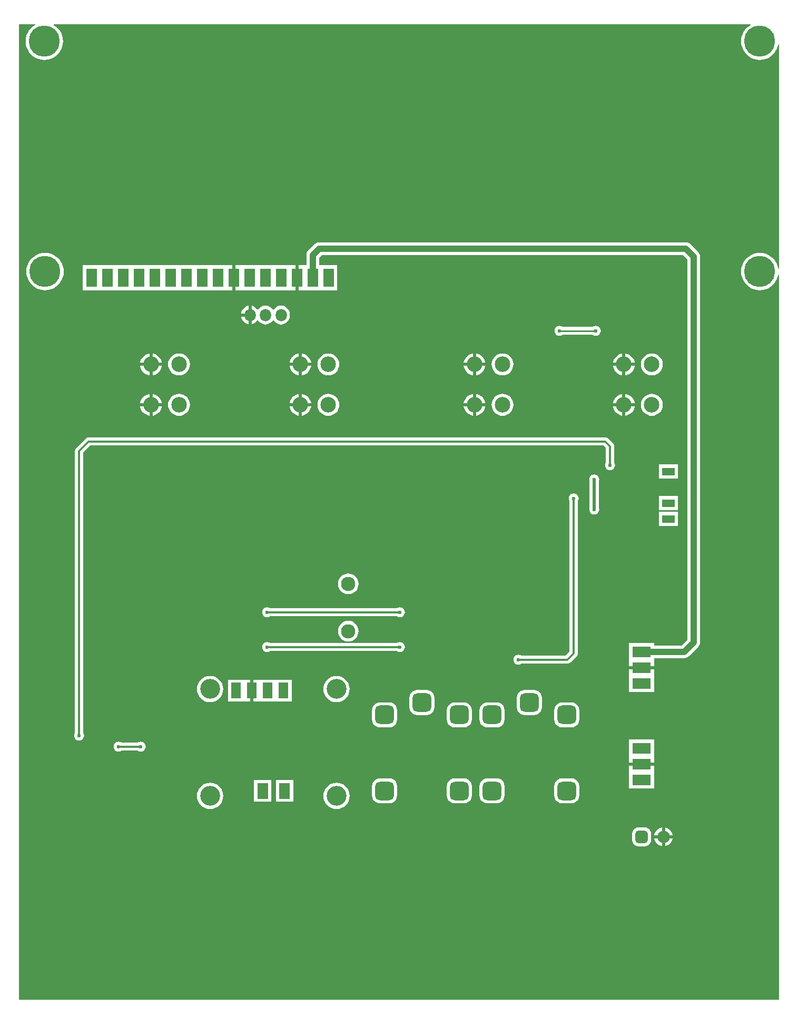
<source format=gtl>
G04 Layer_Physical_Order=1*
G04 Layer_Color=128*
%FSLAX25Y25*%
%MOIN*%
G70*
G01*
G75*
%ADD10C,0.01000*%
%ADD11C,0.01200*%
%ADD12C,0.04000*%
%ADD13C,0.02000*%
G04:AMPARAMS|DCode=14|XSize=118.11mil|YSize=118.11mil|CornerRadius=29.53mil|HoleSize=0mil|Usage=FLASHONLY|Rotation=90.000|XOffset=0mil|YOffset=0mil|HoleType=Round|Shape=RoundedRectangle|*
%AMROUNDEDRECTD14*
21,1,0.11811,0.05906,0,0,90.0*
21,1,0.05906,0.11811,0,0,90.0*
1,1,0.05906,0.02953,0.02953*
1,1,0.05906,0.02953,-0.02953*
1,1,0.05906,-0.02953,-0.02953*
1,1,0.05906,-0.02953,0.02953*
%
%ADD14ROUNDEDRECTD14*%
%ADD15R,0.07087X0.09843*%
%ADD16C,0.12598*%
%ADD17R,0.06299X0.09843*%
%ADD18C,0.07874*%
G04:AMPARAMS|DCode=19|XSize=78.74mil|YSize=78.74mil|CornerRadius=19.69mil|HoleSize=0mil|Usage=FLASHONLY|Rotation=0.000|XOffset=0mil|YOffset=0mil|HoleType=Round|Shape=RoundedRectangle|*
%AMROUNDEDRECTD19*
21,1,0.07874,0.03937,0,0,0.0*
21,1,0.03937,0.07874,0,0,0.0*
1,1,0.03937,0.01969,-0.01969*
1,1,0.03937,-0.01969,-0.01969*
1,1,0.03937,-0.01969,0.01969*
1,1,0.03937,0.01969,0.01969*
%
%ADD19ROUNDEDRECTD19*%
%ADD20C,0.09055*%
%ADD21O,0.07087X0.07874*%
%ADD22R,0.11811X0.07087*%
%ADD23R,0.07874X0.05118*%
%ADD24C,0.19685*%
%ADD25R,0.07087X0.11811*%
%ADD26C,0.09843*%
%ADD27C,0.02362*%
G36*
X1122380Y880200D02*
X1121138Y879439D01*
X1119724Y878231D01*
X1118517Y876818D01*
X1117546Y875233D01*
X1116834Y873515D01*
X1116400Y871707D01*
X1116254Y869854D01*
X1116400Y868001D01*
X1116834Y866193D01*
X1117546Y864475D01*
X1118517Y862890D01*
X1119724Y861476D01*
X1121138Y860269D01*
X1122723Y859298D01*
X1124441Y858586D01*
X1126248Y858152D01*
X1128102Y858006D01*
X1129955Y858152D01*
X1131763Y858586D01*
X1133480Y859298D01*
X1135066Y860269D01*
X1136479Y861476D01*
X1137687Y862890D01*
X1138658Y864475D01*
X1139369Y866193D01*
X1139804Y868001D01*
X1140300Y867957D01*
Y726081D01*
X1139804Y726038D01*
X1139369Y727846D01*
X1138658Y729564D01*
X1137687Y731149D01*
X1136479Y732562D01*
X1135066Y733770D01*
X1133480Y734741D01*
X1131763Y735453D01*
X1129955Y735886D01*
X1128102Y736032D01*
X1126248Y735886D01*
X1124441Y735453D01*
X1122723Y734741D01*
X1121138Y733770D01*
X1119724Y732562D01*
X1118517Y731149D01*
X1117546Y729564D01*
X1116834Y727846D01*
X1116400Y726038D01*
X1116254Y724185D01*
X1116400Y722331D01*
X1116834Y720524D01*
X1117546Y718806D01*
X1118517Y717221D01*
X1119724Y715807D01*
X1121138Y714600D01*
X1122723Y713629D01*
X1124441Y712917D01*
X1126248Y712483D01*
X1128102Y712337D01*
X1129955Y712483D01*
X1131763Y712917D01*
X1133480Y713629D01*
X1135066Y714600D01*
X1136479Y715807D01*
X1137687Y717221D01*
X1138658Y718806D01*
X1139369Y720524D01*
X1139804Y722331D01*
X1140300Y722288D01*
Y263700D01*
X659300D01*
Y803700D01*
Y880700D01*
X669483D01*
X669624Y880200D01*
X668382Y879439D01*
X666968Y878231D01*
X665761Y876818D01*
X664790Y875233D01*
X664078Y873515D01*
X663644Y871707D01*
X663498Y869854D01*
X663644Y868001D01*
X664078Y866193D01*
X664790Y864475D01*
X665761Y862890D01*
X666968Y861476D01*
X668382Y860269D01*
X669967Y859298D01*
X671685Y858586D01*
X673493Y858152D01*
X675346Y858006D01*
X677199Y858152D01*
X679007Y858586D01*
X680725Y859298D01*
X682310Y860269D01*
X683723Y861476D01*
X684931Y862890D01*
X685902Y864475D01*
X686614Y866193D01*
X687048Y868001D01*
X687194Y869854D01*
X687048Y871707D01*
X686614Y873515D01*
X685902Y875233D01*
X684931Y876818D01*
X683723Y878231D01*
X682310Y879439D01*
X681068Y880200D01*
X681209Y880700D01*
X1122239D01*
X1122380Y880200D01*
D02*
G37*
%LPC*%
G36*
X1010300Y583877D02*
X1009478Y583769D01*
X1008712Y583451D01*
X1008054Y582946D01*
X1007549Y582288D01*
X1007232Y581522D01*
X1007123Y580700D01*
X1007232Y579878D01*
X1007549Y579112D01*
X1007709Y578902D01*
Y483773D01*
X1005227Y481291D01*
X977098D01*
X976888Y481451D01*
X976122Y481769D01*
X975300Y481877D01*
X974478Y481769D01*
X973712Y481451D01*
X973054Y480946D01*
X972549Y480288D01*
X972231Y479522D01*
X972123Y478700D01*
X972231Y477878D01*
X972549Y477112D01*
X973054Y476454D01*
X973712Y475949D01*
X974478Y475632D01*
X975300Y475523D01*
X976122Y475632D01*
X976888Y475949D01*
X977098Y476109D01*
X1006300D01*
X1006971Y476198D01*
X1007595Y476456D01*
X1008132Y476868D01*
X1012132Y480868D01*
X1012544Y481405D01*
X1012802Y482029D01*
X1012891Y482700D01*
Y578902D01*
X1013051Y579112D01*
X1013369Y579878D01*
X1013477Y580700D01*
X1013369Y581522D01*
X1013051Y582288D01*
X1012546Y582946D01*
X1011888Y583451D01*
X1011122Y583769D01*
X1010300Y583877D01*
D02*
G37*
G36*
X1061121Y472700D02*
X1053247D01*
X1045373D01*
Y468173D01*
Y458173D01*
X1061121D01*
Y468173D01*
Y472700D01*
D02*
G37*
G36*
X1081300Y742703D02*
X849300D01*
X848264Y742566D01*
X847299Y742167D01*
X846470Y741530D01*
X842390Y737451D01*
X841754Y736622D01*
X841354Y735657D01*
X841218Y734621D01*
Y728113D01*
X836205D01*
Y720238D01*
Y712364D01*
X860732D01*
Y728113D01*
X849223D01*
Y732963D01*
X850958Y734697D01*
X1079642D01*
X1082297Y732042D01*
Y491358D01*
X1078626Y487687D01*
X1061121D01*
Y489196D01*
X1045373D01*
Y478172D01*
Y474669D01*
X1053247D01*
X1061121D01*
Y478172D01*
Y479681D01*
X1080284D01*
X1081320Y479818D01*
X1082286Y480218D01*
X1083115Y480854D01*
X1089130Y486870D01*
X1089767Y487699D01*
X1090166Y488664D01*
X1090303Y489700D01*
Y733700D01*
X1090166Y734736D01*
X1089767Y735701D01*
X1089130Y736530D01*
X1084130Y741530D01*
X1083301Y742167D01*
X1082336Y742566D01*
X1081300Y742703D01*
D02*
G37*
G36*
X867702Y503291D02*
X866428Y503165D01*
X865204Y502794D01*
X864075Y502190D01*
X863086Y501379D01*
X862274Y500389D01*
X861671Y499261D01*
X861300Y498036D01*
X861174Y496763D01*
X861300Y495490D01*
X861671Y494265D01*
X862274Y493137D01*
X863086Y492147D01*
X864075Y491336D01*
X865204Y490732D01*
X866428Y490361D01*
X867702Y490236D01*
X868975Y490361D01*
X870199Y490732D01*
X871328Y491336D01*
X872317Y492147D01*
X873129Y493137D01*
X873732Y494265D01*
X874104Y495490D01*
X874229Y496763D01*
X874104Y498036D01*
X873732Y499261D01*
X873129Y500389D01*
X872317Y501379D01*
X871328Y502190D01*
X870199Y502794D01*
X868975Y503165D01*
X867702Y503291D01*
D02*
G37*
G36*
X900300Y489877D02*
X899478Y489769D01*
X898712Y489451D01*
X898502Y489291D01*
X818098D01*
X817888Y489451D01*
X817122Y489769D01*
X816300Y489877D01*
X815478Y489769D01*
X814712Y489451D01*
X814054Y488946D01*
X813549Y488288D01*
X813231Y487522D01*
X813123Y486700D01*
X813231Y485878D01*
X813549Y485112D01*
X814054Y484454D01*
X814712Y483949D01*
X815478Y483632D01*
X816300Y483523D01*
X817122Y483632D01*
X817888Y483949D01*
X818098Y484109D01*
X898502D01*
X898712Y483949D01*
X899478Y483632D01*
X900300Y483523D01*
X901122Y483632D01*
X901888Y483949D01*
X902546Y484454D01*
X903051Y485112D01*
X903368Y485878D01*
X903477Y486700D01*
X903368Y487522D01*
X903051Y488288D01*
X902546Y488946D01*
X901888Y489451D01*
X901122Y489769D01*
X900300Y489877D01*
D02*
G37*
G36*
X780213Y468417D02*
X778592Y468257D01*
X777034Y467784D01*
X775597Y467017D01*
X774339Y465983D01*
X773305Y464724D01*
X772538Y463288D01*
X772065Y461730D01*
X771905Y460109D01*
X772065Y458488D01*
X772538Y456930D01*
X773305Y455493D01*
X774339Y454235D01*
X775597Y453201D01*
X777034Y452434D01*
X778592Y451961D01*
X780213Y451801D01*
X781834Y451961D01*
X783392Y452434D01*
X784829Y453201D01*
X786087Y454235D01*
X787121Y455493D01*
X787888Y456930D01*
X788361Y458488D01*
X788521Y460109D01*
X788361Y461730D01*
X787888Y463288D01*
X787121Y464724D01*
X786087Y465983D01*
X784829Y467017D01*
X783392Y467784D01*
X781834Y468257D01*
X780213Y468417D01*
D02*
G37*
G36*
X985253Y459569D02*
X979347D01*
X978063Y459400D01*
X976865Y458904D01*
X975837Y458115D01*
X975049Y457087D01*
X974553Y455890D01*
X974384Y454605D01*
Y448700D01*
X974553Y447415D01*
X975049Y446218D01*
X975837Y445190D01*
X976865Y444401D01*
X978063Y443905D01*
X979347Y443736D01*
X985253D01*
X986537Y443905D01*
X987735Y444401D01*
X988763Y445190D01*
X989552Y446218D01*
X990047Y447415D01*
X990217Y448700D01*
Y454605D01*
X990047Y455890D01*
X989552Y457087D01*
X988763Y458115D01*
X987735Y458904D01*
X986537Y459400D01*
X985253Y459569D01*
D02*
G37*
G36*
X860213Y468417D02*
X858592Y468257D01*
X857034Y467784D01*
X855597Y467017D01*
X854339Y465983D01*
X853305Y464724D01*
X852538Y463288D01*
X852065Y461730D01*
X851905Y460109D01*
X852065Y458488D01*
X852538Y456930D01*
X853305Y455493D01*
X854339Y454235D01*
X855597Y453201D01*
X857034Y452434D01*
X858592Y451961D01*
X860213Y451801D01*
X861834Y451961D01*
X863392Y452434D01*
X864828Y453201D01*
X866087Y454235D01*
X867121Y455493D01*
X867888Y456930D01*
X868361Y458488D01*
X868521Y460109D01*
X868361Y461730D01*
X867888Y463288D01*
X867121Y464724D01*
X866087Y465983D01*
X864828Y467017D01*
X863392Y467784D01*
X861834Y468257D01*
X860213Y468417D01*
D02*
G37*
G36*
X831831Y465999D02*
X807697D01*
Y459109D01*
Y452219D01*
X831831D01*
Y465999D01*
D02*
G37*
G36*
X805729D02*
X791595D01*
Y452219D01*
X805729D01*
Y459109D01*
Y465999D01*
D02*
G37*
G36*
X900300Y511877D02*
X899478Y511768D01*
X898712Y511451D01*
X898502Y511291D01*
X818098D01*
X817888Y511451D01*
X817122Y511768D01*
X816300Y511877D01*
X815478Y511768D01*
X814712Y511451D01*
X814054Y510946D01*
X813549Y510288D01*
X813231Y509522D01*
X813123Y508700D01*
X813231Y507878D01*
X813549Y507112D01*
X814054Y506454D01*
X814712Y505949D01*
X815478Y505631D01*
X816300Y505523D01*
X817122Y505631D01*
X817888Y505949D01*
X818098Y506109D01*
X898502D01*
X898712Y505949D01*
X899478Y505631D01*
X900300Y505523D01*
X901122Y505631D01*
X901888Y505949D01*
X902546Y506454D01*
X903051Y507112D01*
X903368Y507878D01*
X903477Y508700D01*
X903368Y509522D01*
X903051Y510288D01*
X902546Y510946D01*
X901888Y511451D01*
X901122Y511768D01*
X900300Y511877D01*
D02*
G37*
G36*
X760552Y646810D02*
X759201Y646677D01*
X757903Y646283D01*
X756706Y645643D01*
X755657Y644782D01*
X754796Y643733D01*
X754156Y642536D01*
X753762Y641237D01*
X753629Y639887D01*
X753762Y638536D01*
X754156Y637237D01*
X754796Y636040D01*
X755657Y634991D01*
X756706Y634130D01*
X757903Y633491D01*
X759201Y633097D01*
X760552Y632964D01*
X761903Y633097D01*
X763201Y633491D01*
X764398Y634130D01*
X765447Y634991D01*
X766308Y636040D01*
X766948Y637237D01*
X767342Y638536D01*
X767475Y639887D01*
X767342Y641237D01*
X766948Y642536D01*
X766308Y643733D01*
X765447Y644782D01*
X764398Y645643D01*
X763201Y646283D01*
X761903Y646677D01*
X760552Y646810D01*
D02*
G37*
G36*
X1030300Y619291D02*
X703300D01*
X702630Y619202D01*
X702005Y618944D01*
X701468Y618532D01*
X695468Y612532D01*
X695056Y611995D01*
X694798Y611371D01*
X694709Y610700D01*
Y432498D01*
X694549Y432288D01*
X694232Y431522D01*
X694123Y430700D01*
X694232Y429878D01*
X694549Y429112D01*
X695054Y428454D01*
X695712Y427949D01*
X696478Y427632D01*
X697300Y427523D01*
X698122Y427632D01*
X698888Y427949D01*
X699546Y428454D01*
X700051Y429112D01*
X700368Y429878D01*
X700477Y430700D01*
X700368Y431522D01*
X700051Y432288D01*
X699891Y432498D01*
Y609627D01*
X704373Y614109D01*
X1029227D01*
X1030709Y612627D01*
Y603498D01*
X1030549Y603288D01*
X1030231Y602522D01*
X1030123Y601700D01*
X1030231Y600878D01*
X1030549Y600112D01*
X1031054Y599454D01*
X1031712Y598949D01*
X1032478Y598631D01*
X1033300Y598523D01*
X1034122Y598631D01*
X1034888Y598949D01*
X1035546Y599454D01*
X1036051Y600112D01*
X1036368Y600878D01*
X1036477Y601700D01*
X1036368Y602522D01*
X1036051Y603288D01*
X1035891Y603498D01*
Y613700D01*
X1035802Y614370D01*
X1035544Y614995D01*
X1035132Y615532D01*
X1032132Y618532D01*
X1031595Y618944D01*
X1030970Y619202D01*
X1030300Y619291D01*
D02*
G37*
G36*
X855040Y646810D02*
X853689Y646677D01*
X852391Y646283D01*
X851194Y645643D01*
X850145Y644782D01*
X849284Y643733D01*
X848644Y642536D01*
X848250Y641237D01*
X848117Y639887D01*
X848250Y638536D01*
X848644Y637237D01*
X849284Y636040D01*
X850145Y634991D01*
X851194Y634130D01*
X852391Y633491D01*
X853689Y633097D01*
X855040Y632964D01*
X856391Y633097D01*
X857689Y633491D01*
X858886Y634130D01*
X859935Y634991D01*
X860797Y636040D01*
X861436Y637237D01*
X861830Y638536D01*
X861963Y639887D01*
X861830Y641237D01*
X861436Y642536D01*
X860797Y643733D01*
X859935Y644782D01*
X858886Y645643D01*
X857689Y646283D01*
X856391Y646677D01*
X855040Y646810D01*
D02*
G37*
G36*
X965276Y646810D02*
X963926Y646677D01*
X962627Y646283D01*
X961430Y645643D01*
X960381Y644782D01*
X959520Y643733D01*
X958880Y642536D01*
X958486Y641237D01*
X958353Y639887D01*
X958486Y638536D01*
X958880Y637237D01*
X959520Y636040D01*
X960381Y634991D01*
X961430Y634130D01*
X962627Y633491D01*
X963926Y633097D01*
X965276Y632964D01*
X966627Y633097D01*
X967926Y633491D01*
X969123Y634130D01*
X970172Y634991D01*
X971033Y636040D01*
X971673Y637237D01*
X972066Y638536D01*
X972200Y639887D01*
X972066Y641237D01*
X971673Y642536D01*
X971033Y643733D01*
X970172Y644782D01*
X969123Y645643D01*
X967926Y646283D01*
X966627Y646677D01*
X965276Y646810D01*
D02*
G37*
G36*
X1059765Y646810D02*
X1058414Y646677D01*
X1057115Y646283D01*
X1055918Y645643D01*
X1054869Y644782D01*
X1054008Y643733D01*
X1053368Y642536D01*
X1052975Y641237D01*
X1052841Y639887D01*
X1052975Y638536D01*
X1053368Y637237D01*
X1054008Y636040D01*
X1054869Y634991D01*
X1055918Y634130D01*
X1057115Y633491D01*
X1058414Y633097D01*
X1059765Y632964D01*
X1061115Y633097D01*
X1062414Y633491D01*
X1063611Y634130D01*
X1064660Y634991D01*
X1065521Y636040D01*
X1066161Y637237D01*
X1066555Y638536D01*
X1066688Y639887D01*
X1066555Y641237D01*
X1066161Y642536D01*
X1065521Y643733D01*
X1064660Y644782D01*
X1063611Y645643D01*
X1062414Y646283D01*
X1061115Y646677D01*
X1059765Y646810D01*
D02*
G37*
G36*
X1076206Y572227D02*
X1064394D01*
Y563172D01*
X1076206D01*
Y572227D01*
D02*
G37*
G36*
X867702Y533212D02*
X866428Y533086D01*
X865204Y532715D01*
X864075Y532112D01*
X863086Y531300D01*
X862274Y530311D01*
X861671Y529182D01*
X861300Y527958D01*
X861174Y526684D01*
X861300Y525411D01*
X861671Y524186D01*
X862274Y523058D01*
X863086Y522069D01*
X864075Y521257D01*
X865204Y520654D01*
X866428Y520282D01*
X867702Y520157D01*
X868975Y520282D01*
X870199Y520654D01*
X871328Y521257D01*
X872317Y522069D01*
X873129Y523058D01*
X873732Y524186D01*
X874104Y525411D01*
X874229Y526684D01*
X874104Y527958D01*
X873732Y529182D01*
X873129Y530311D01*
X872317Y531300D01*
X871328Y532112D01*
X870199Y532715D01*
X868975Y533086D01*
X867702Y533212D01*
D02*
G37*
G36*
X1023300Y595877D02*
X1022478Y595768D01*
X1021712Y595451D01*
X1021054Y594946D01*
X1020549Y594288D01*
X1020232Y593522D01*
X1020123Y592700D01*
X1020232Y591878D01*
X1020306Y591698D01*
Y574702D01*
X1020232Y574522D01*
X1020123Y573700D01*
X1020232Y572878D01*
X1020549Y572112D01*
X1021054Y571454D01*
X1021712Y570949D01*
X1022478Y570632D01*
X1023300Y570523D01*
X1024122Y570632D01*
X1024888Y570949D01*
X1025546Y571454D01*
X1026051Y572112D01*
X1026369Y572878D01*
X1026477Y573700D01*
X1026369Y574522D01*
X1026294Y574702D01*
Y591698D01*
X1026369Y591878D01*
X1026477Y592700D01*
X1026369Y593522D01*
X1026051Y594288D01*
X1025546Y594946D01*
X1024888Y595451D01*
X1024122Y595768D01*
X1023300Y595877D01*
D02*
G37*
G36*
X1076206Y602227D02*
X1064394D01*
Y593173D01*
X1076206D01*
Y602227D01*
D02*
G37*
G36*
Y582228D02*
X1064394D01*
Y573173D01*
X1076206D01*
Y582228D01*
D02*
G37*
G36*
X860213Y400858D02*
X858592Y400698D01*
X857034Y400225D01*
X855597Y399458D01*
X854339Y398424D01*
X853305Y397165D01*
X852538Y395729D01*
X852065Y394171D01*
X851905Y392550D01*
X852065Y390929D01*
X852538Y389371D01*
X853305Y387934D01*
X854339Y386676D01*
X855597Y385642D01*
X857034Y384875D01*
X858592Y384402D01*
X860213Y384242D01*
X861834Y384402D01*
X863392Y384875D01*
X864828Y385642D01*
X866087Y386676D01*
X867121Y387934D01*
X867888Y389371D01*
X868361Y390929D01*
X868521Y392550D01*
X868361Y394171D01*
X867888Y395729D01*
X867121Y397165D01*
X866087Y398424D01*
X864828Y399458D01*
X863392Y400225D01*
X861834Y400698D01*
X860213Y400858D01*
D02*
G37*
G36*
X780213D02*
X778592Y400698D01*
X777034Y400225D01*
X775597Y399458D01*
X774339Y398424D01*
X773305Y397165D01*
X772538Y395729D01*
X772065Y394171D01*
X771905Y392550D01*
X772065Y390929D01*
X772538Y389371D01*
X773305Y387934D01*
X774339Y386676D01*
X775597Y385642D01*
X777034Y384875D01*
X778592Y384402D01*
X780213Y384242D01*
X781834Y384402D01*
X783392Y384875D01*
X784829Y385642D01*
X786087Y386676D01*
X787121Y387934D01*
X787888Y389371D01*
X788361Y390929D01*
X788521Y392550D01*
X788361Y394171D01*
X787888Y395729D01*
X787121Y397165D01*
X786087Y398424D01*
X784829Y399458D01*
X783392Y400225D01*
X781834Y400698D01*
X780213Y400858D01*
D02*
G37*
G36*
X893631Y403664D02*
X887725D01*
X886440Y403495D01*
X885243Y402999D01*
X884215Y402210D01*
X883426Y401182D01*
X882931Y399985D01*
X882761Y398700D01*
Y392794D01*
X882931Y391510D01*
X883426Y390313D01*
X884215Y389285D01*
X885243Y388496D01*
X886440Y388000D01*
X887725Y387831D01*
X893631D01*
X894915Y388000D01*
X896113Y388496D01*
X897141Y389285D01*
X897929Y390313D01*
X898425Y391510D01*
X898594Y392794D01*
Y398700D01*
X898425Y399985D01*
X897929Y401182D01*
X897141Y402210D01*
X896113Y402999D01*
X894915Y403495D01*
X893631Y403664D01*
D02*
G37*
G36*
X961631D02*
X955725D01*
X954440Y403495D01*
X953243Y402999D01*
X952215Y402210D01*
X951427Y401182D01*
X950931Y399985D01*
X950762Y398700D01*
Y392794D01*
X950931Y391510D01*
X951427Y390313D01*
X952215Y389285D01*
X953243Y388496D01*
X954440Y388000D01*
X955725Y387831D01*
X961631D01*
X962915Y388000D01*
X964113Y388496D01*
X965141Y389285D01*
X965929Y390313D01*
X966425Y391510D01*
X966594Y392794D01*
Y398700D01*
X966425Y399985D01*
X965929Y401182D01*
X965141Y402210D01*
X964113Y402999D01*
X962915Y403495D01*
X961631Y403664D01*
D02*
G37*
G36*
X940875D02*
X934969D01*
X933685Y403495D01*
X932487Y402999D01*
X931459Y402210D01*
X930671Y401182D01*
X930175Y399985D01*
X930006Y398700D01*
Y392794D01*
X930175Y391510D01*
X930671Y390313D01*
X931459Y389285D01*
X932487Y388496D01*
X933685Y388000D01*
X934969Y387831D01*
X940875D01*
X942159Y388000D01*
X943357Y388496D01*
X944385Y389285D01*
X945173Y390313D01*
X945669Y391510D01*
X945839Y392794D01*
Y398700D01*
X945669Y399985D01*
X945173Y401182D01*
X944385Y402210D01*
X943357Y402999D01*
X942159Y403495D01*
X940875Y403664D01*
D02*
G37*
G36*
X1066153Y365700D02*
X1061300D01*
X1061317Y365527D01*
X1061655Y364413D01*
X1062203Y363387D01*
X1062941Y362488D01*
X1063840Y361750D01*
X1064866Y361202D01*
X1065979Y360864D01*
X1066153Y360847D01*
Y365700D01*
D02*
G37*
G36*
X1055326Y372624D02*
X1051389D01*
X1050361Y372488D01*
X1049404Y372092D01*
X1048581Y371461D01*
X1047950Y370638D01*
X1047553Y369681D01*
X1047418Y368653D01*
Y364716D01*
X1047553Y363688D01*
X1047950Y362730D01*
X1048581Y361908D01*
X1049404Y361277D01*
X1050361Y360880D01*
X1051389Y360745D01*
X1055326D01*
X1056354Y360880D01*
X1057312Y361277D01*
X1058134Y361908D01*
X1058765Y362730D01*
X1059162Y363688D01*
X1059297Y364716D01*
Y368653D01*
X1059162Y369681D01*
X1058765Y370638D01*
X1058134Y371461D01*
X1057312Y372092D01*
X1056354Y372488D01*
X1055326Y372624D01*
D02*
G37*
G36*
X1072974Y365700D02*
X1068121D01*
Y360847D01*
X1068295Y360864D01*
X1069408Y361202D01*
X1070434Y361750D01*
X1071333Y362488D01*
X1072071Y363387D01*
X1072620Y364413D01*
X1072957Y365527D01*
X1072974Y365700D01*
D02*
G37*
G36*
X1068121Y372521D02*
Y367669D01*
X1072974D01*
X1072957Y367842D01*
X1072620Y368955D01*
X1072071Y369981D01*
X1071333Y370880D01*
X1070434Y371618D01*
X1069408Y372167D01*
X1068295Y372504D01*
X1068121Y372521D01*
D02*
G37*
G36*
X1066153D02*
X1065979Y372504D01*
X1064866Y372167D01*
X1063840Y371618D01*
X1062941Y370880D01*
X1062203Y369981D01*
X1061655Y368955D01*
X1061317Y367842D01*
X1061300Y367669D01*
X1066153D01*
Y372521D01*
D02*
G37*
G36*
X1008875Y403664D02*
X1002969D01*
X1001685Y403495D01*
X1000487Y402999D01*
X999459Y402210D01*
X998671Y401182D01*
X998175Y399985D01*
X998006Y398700D01*
Y392794D01*
X998175Y391510D01*
X998671Y390313D01*
X999459Y389285D01*
X1000487Y388496D01*
X1001685Y388000D01*
X1002969Y387831D01*
X1008875D01*
X1010159Y388000D01*
X1011357Y388496D01*
X1012385Y389285D01*
X1013173Y390313D01*
X1013669Y391510D01*
X1013838Y392794D01*
Y398700D01*
X1013669Y399985D01*
X1013173Y401182D01*
X1012385Y402210D01*
X1011357Y402999D01*
X1010159Y403495D01*
X1008875Y403664D01*
D02*
G37*
G36*
X940875Y451695D02*
X934969D01*
X933685Y451526D01*
X932487Y451030D01*
X931459Y450241D01*
X930671Y449213D01*
X930175Y448016D01*
X930006Y446732D01*
Y440826D01*
X930175Y439541D01*
X930671Y438344D01*
X931459Y437316D01*
X932487Y436527D01*
X933685Y436031D01*
X934969Y435862D01*
X940875D01*
X942159Y436031D01*
X943357Y436527D01*
X944385Y437316D01*
X945173Y438344D01*
X945669Y439541D01*
X945839Y440826D01*
Y446732D01*
X945669Y448016D01*
X945173Y449213D01*
X944385Y450241D01*
X943357Y451030D01*
X942159Y451526D01*
X940875Y451695D01*
D02*
G37*
G36*
X893631D02*
X887725D01*
X886440Y451526D01*
X885243Y451030D01*
X884215Y450241D01*
X883426Y449213D01*
X882931Y448016D01*
X882761Y446732D01*
Y440826D01*
X882931Y439541D01*
X883426Y438344D01*
X884215Y437316D01*
X885243Y436527D01*
X886440Y436031D01*
X887725Y435862D01*
X893631D01*
X894915Y436031D01*
X896113Y436527D01*
X897141Y437316D01*
X897929Y438344D01*
X898425Y439541D01*
X898594Y440826D01*
Y446732D01*
X898425Y448016D01*
X897929Y449213D01*
X897141Y450241D01*
X896113Y451030D01*
X894915Y451526D01*
X893631Y451695D01*
D02*
G37*
G36*
X961631D02*
X955725D01*
X954440Y451526D01*
X953243Y451030D01*
X952215Y450241D01*
X951427Y449213D01*
X950931Y448016D01*
X950762Y446732D01*
Y440826D01*
X950931Y439541D01*
X951427Y438344D01*
X952215Y437316D01*
X953243Y436527D01*
X954440Y436031D01*
X955725Y435862D01*
X961631D01*
X962915Y436031D01*
X964113Y436527D01*
X965141Y437316D01*
X965929Y438344D01*
X966425Y439541D01*
X966594Y440826D01*
Y446732D01*
X966425Y448016D01*
X965929Y449213D01*
X965141Y450241D01*
X964113Y451030D01*
X962915Y451526D01*
X961631Y451695D01*
D02*
G37*
G36*
X917253Y459569D02*
X911347D01*
X910063Y459400D01*
X908865Y458904D01*
X907837Y458115D01*
X907049Y457087D01*
X906553Y455890D01*
X906384Y454605D01*
Y448700D01*
X906553Y447415D01*
X907049Y446218D01*
X907837Y445190D01*
X908865Y444401D01*
X910063Y443905D01*
X911347Y443736D01*
X917253D01*
X918538Y443905D01*
X919735Y444401D01*
X920763Y445190D01*
X921552Y446218D01*
X922047Y447415D01*
X922217Y448700D01*
Y454605D01*
X922047Y455890D01*
X921552Y457087D01*
X920763Y458115D01*
X919735Y458904D01*
X918538Y459400D01*
X917253Y459569D01*
D02*
G37*
G36*
X1008875Y451695D02*
X1002969D01*
X1001685Y451526D01*
X1000487Y451030D01*
X999459Y450241D01*
X998671Y449213D01*
X998175Y448016D01*
X998006Y446732D01*
Y440826D01*
X998175Y439541D01*
X998671Y438344D01*
X999459Y437316D01*
X1000487Y436527D01*
X1001685Y436031D01*
X1002969Y435862D01*
X1008875D01*
X1010159Y436031D01*
X1011357Y436527D01*
X1012385Y437316D01*
X1013173Y438344D01*
X1013669Y439541D01*
X1013838Y440826D01*
Y446732D01*
X1013669Y448016D01*
X1013173Y449213D01*
X1012385Y450241D01*
X1011357Y451030D01*
X1010159Y451526D01*
X1008875Y451695D01*
D02*
G37*
G36*
X832812Y402590D02*
X821788D01*
Y388810D01*
X832812D01*
Y402590D01*
D02*
G37*
G36*
X819032D02*
X808008D01*
Y388810D01*
X819032D01*
Y402590D01*
D02*
G37*
G36*
X1061121Y411700D02*
X1053247D01*
X1045373D01*
Y407172D01*
Y397172D01*
X1061121D01*
Y407172D01*
Y411700D01*
D02*
G37*
G36*
X736300Y426877D02*
X735478Y426768D01*
X734712Y426451D01*
X734502Y426291D01*
X724098D01*
X723888Y426451D01*
X723122Y426768D01*
X722300Y426877D01*
X721478Y426768D01*
X720712Y426451D01*
X720054Y425946D01*
X719549Y425288D01*
X719232Y424522D01*
X719123Y423700D01*
X719232Y422878D01*
X719549Y422112D01*
X720054Y421454D01*
X720712Y420949D01*
X721478Y420632D01*
X722300Y420523D01*
X723122Y420632D01*
X723888Y420949D01*
X724098Y421109D01*
X734502D01*
X734712Y420949D01*
X735478Y420632D01*
X736300Y420523D01*
X737122Y420632D01*
X737888Y420949D01*
X738546Y421454D01*
X739051Y422112D01*
X739368Y422878D01*
X739477Y423700D01*
X739368Y424522D01*
X739051Y425288D01*
X738546Y425946D01*
X737888Y426451D01*
X737122Y426768D01*
X736300Y426877D01*
D02*
G37*
G36*
X1061121Y428196D02*
X1045373D01*
Y417172D01*
Y413668D01*
X1053247D01*
X1061121D01*
Y417172D01*
Y428196D01*
D02*
G37*
G36*
X749662Y638902D02*
X743820D01*
Y633060D01*
X744186Y633097D01*
X745485Y633491D01*
X746682Y634130D01*
X747731Y634991D01*
X748592Y636040D01*
X749231Y637237D01*
X749625Y638536D01*
X749662Y638902D01*
D02*
G37*
G36*
X741851Y672303D02*
X741485Y672267D01*
X740186Y671873D01*
X738989Y671234D01*
X737940Y670372D01*
X737079Y669323D01*
X736439Y668126D01*
X736045Y666828D01*
X736009Y666461D01*
X741851D01*
Y672303D01*
D02*
G37*
G36*
X946576Y664493D02*
X940734D01*
X940770Y664126D01*
X941164Y662828D01*
X941803Y661631D01*
X942665Y660582D01*
X943714Y659721D01*
X944911Y659081D01*
X946209Y658687D01*
X946576Y658651D01*
Y664493D01*
D02*
G37*
G36*
X743820Y672303D02*
Y666461D01*
X749662D01*
X749625Y666828D01*
X749231Y668126D01*
X748592Y669323D01*
X747731Y670372D01*
X746682Y671234D01*
X745485Y671873D01*
X744186Y672267D01*
X743820Y672303D01*
D02*
G37*
G36*
X1043032D02*
Y666461D01*
X1048874D01*
X1048838Y666828D01*
X1048444Y668126D01*
X1047804Y669323D01*
X1046943Y670372D01*
X1045894Y671234D01*
X1044697Y671873D01*
X1043399Y672267D01*
X1043032Y672303D01*
D02*
G37*
G36*
X1041064D02*
X1040697Y672267D01*
X1039399Y671873D01*
X1038202Y671234D01*
X1037153Y670372D01*
X1036292Y669323D01*
X1035652Y668126D01*
X1035258Y666828D01*
X1035222Y666461D01*
X1041064D01*
Y672303D01*
D02*
G37*
G36*
X1048874Y664493D02*
X1043032D01*
Y658651D01*
X1043399Y658687D01*
X1044697Y659081D01*
X1045894Y659721D01*
X1046943Y660582D01*
X1047804Y661631D01*
X1048444Y662828D01*
X1048838Y664126D01*
X1048874Y664493D01*
D02*
G37*
G36*
X1041064D02*
X1035222D01*
X1035258Y664126D01*
X1035652Y662828D01*
X1036292Y661631D01*
X1037153Y660582D01*
X1038202Y659721D01*
X1039399Y659081D01*
X1040697Y658687D01*
X1041064Y658651D01*
Y664493D01*
D02*
G37*
G36*
X741851Y664493D02*
X736009D01*
X736045Y664126D01*
X736439Y662828D01*
X737079Y661631D01*
X737940Y660582D01*
X738989Y659721D01*
X740186Y659081D01*
X741485Y658687D01*
X741851Y658651D01*
Y664493D01*
D02*
G37*
G36*
X844150Y664493D02*
X838308D01*
Y658651D01*
X838674Y658687D01*
X839973Y659081D01*
X841170Y659721D01*
X842219Y660582D01*
X843080Y661631D01*
X843720Y662828D01*
X844114Y664126D01*
X844150Y664493D01*
D02*
G37*
G36*
X954386Y664493D02*
X948544D01*
Y658651D01*
X948911Y658687D01*
X950209Y659081D01*
X951406Y659721D01*
X952455Y660582D01*
X953316Y661631D01*
X953956Y662828D01*
X954350Y664126D01*
X954386Y664493D01*
D02*
G37*
G36*
X836339Y672303D02*
X835973Y672267D01*
X834674Y671873D01*
X833477Y671234D01*
X832428Y670372D01*
X831567Y669323D01*
X830927Y668126D01*
X830534Y666828D01*
X830497Y666461D01*
X836339D01*
Y672303D01*
D02*
G37*
G36*
X825142Y702653D02*
X823704Y702464D01*
X822363Y701908D01*
X821212Y701025D01*
X820524Y700129D01*
X819918D01*
X819231Y701025D01*
X818080Y701908D01*
X816739Y702464D01*
X815300Y702653D01*
X813861Y702464D01*
X812520Y701908D01*
X811369Y701025D01*
X810682Y700129D01*
X810076D01*
X809389Y701025D01*
X808237Y701908D01*
X806896Y702464D01*
X806442Y702524D01*
Y696700D01*
Y690876D01*
X806896Y690936D01*
X808237Y691492D01*
X809389Y692375D01*
X810076Y693271D01*
X810682D01*
X811369Y692375D01*
X812520Y691492D01*
X813861Y690936D01*
X815300Y690747D01*
X816739Y690936D01*
X818080Y691492D01*
X819231Y692375D01*
X819918Y693271D01*
X820524D01*
X821212Y692375D01*
X822363Y691492D01*
X823704Y690936D01*
X825142Y690747D01*
X826581Y690936D01*
X827922Y691492D01*
X829074Y692375D01*
X829957Y693527D01*
X830513Y694867D01*
X830702Y696306D01*
Y697094D01*
X830513Y698533D01*
X829957Y699873D01*
X829074Y701025D01*
X827922Y701908D01*
X826581Y702464D01*
X825142Y702653D01*
D02*
G37*
G36*
X804473Y702524D02*
X804019Y702464D01*
X802678Y701908D01*
X801526Y701025D01*
X800643Y699873D01*
X800088Y698533D01*
X799976Y697684D01*
X804473D01*
Y702524D01*
D02*
G37*
G36*
X675772Y736023D02*
X673919Y735878D01*
X672111Y735443D01*
X670393Y734732D01*
X668808Y733761D01*
X667394Y732553D01*
X666187Y731140D01*
X665216Y729555D01*
X664504Y727837D01*
X664070Y726029D01*
X663924Y724176D01*
X664070Y722323D01*
X664504Y720515D01*
X665216Y718797D01*
X666187Y717212D01*
X667394Y715798D01*
X668808Y714591D01*
X670393Y713620D01*
X672111Y712908D01*
X673919Y712474D01*
X675772Y712328D01*
X677625Y712474D01*
X679433Y712908D01*
X681151Y713620D01*
X682736Y714591D01*
X684149Y715798D01*
X685357Y717212D01*
X686328Y718797D01*
X687040Y720515D01*
X687474Y722323D01*
X687619Y724176D01*
X687474Y726029D01*
X687040Y727837D01*
X686328Y729555D01*
X685357Y731140D01*
X684149Y732553D01*
X682736Y733761D01*
X681151Y734732D01*
X679433Y735443D01*
X677625Y735878D01*
X675772Y736023D01*
D02*
G37*
G36*
X834236Y728113D02*
X796205D01*
Y720238D01*
Y712364D01*
X834236D01*
Y720238D01*
Y728113D01*
D02*
G37*
G36*
X794236D02*
X699709D01*
Y712364D01*
X794236D01*
Y720238D01*
Y728113D01*
D02*
G37*
G36*
X946576Y672303D02*
X946209Y672267D01*
X944911Y671873D01*
X943714Y671234D01*
X942665Y670372D01*
X941803Y669323D01*
X941164Y668126D01*
X940770Y666828D01*
X940734Y666462D01*
X946576D01*
Y672303D01*
D02*
G37*
G36*
X838308Y672303D02*
Y666461D01*
X844150D01*
X844114Y666828D01*
X843720Y668126D01*
X843080Y669323D01*
X842219Y670372D01*
X841170Y671234D01*
X839973Y671873D01*
X838674Y672267D01*
X838308Y672303D01*
D02*
G37*
G36*
X948544Y672303D02*
Y666462D01*
X954386D01*
X954350Y666828D01*
X953956Y668126D01*
X953316Y669323D01*
X952455Y670372D01*
X951406Y671234D01*
X950209Y671873D01*
X948911Y672267D01*
X948544Y672303D01*
D02*
G37*
G36*
X804473Y695716D02*
X799976D01*
X800088Y694867D01*
X800643Y693527D01*
X801526Y692375D01*
X802678Y691492D01*
X804019Y690936D01*
X804473Y690876D01*
Y695716D01*
D02*
G37*
G36*
X1024300Y689877D02*
X1023478Y689769D01*
X1022712Y689451D01*
X1022406Y689217D01*
X1003194D01*
X1002888Y689451D01*
X1002122Y689769D01*
X1001300Y689877D01*
X1000478Y689769D01*
X999712Y689451D01*
X999054Y688946D01*
X998549Y688288D01*
X998232Y687522D01*
X998123Y686700D01*
X998232Y685878D01*
X998549Y685112D01*
X999054Y684454D01*
X999712Y683949D01*
X1000478Y683632D01*
X1001300Y683523D01*
X1002122Y683632D01*
X1002888Y683949D01*
X1003194Y684183D01*
X1022406D01*
X1022712Y683949D01*
X1023478Y683632D01*
X1024300Y683523D01*
X1025122Y683632D01*
X1025888Y683949D01*
X1026546Y684454D01*
X1027051Y685112D01*
X1027369Y685878D01*
X1027477Y686700D01*
X1027369Y687522D01*
X1027051Y688288D01*
X1026546Y688946D01*
X1025888Y689451D01*
X1025122Y689769D01*
X1024300Y689877D01*
D02*
G37*
G36*
X946576Y638902D02*
X940734D01*
X940770Y638536D01*
X941164Y637237D01*
X941803Y636040D01*
X942665Y634991D01*
X943714Y634130D01*
X944911Y633491D01*
X946209Y633097D01*
X946576Y633061D01*
Y638902D01*
D02*
G37*
G36*
X741851Y638902D02*
X736009D01*
X736045Y638536D01*
X736439Y637237D01*
X737079Y636040D01*
X737940Y634991D01*
X738989Y634130D01*
X740186Y633491D01*
X741485Y633097D01*
X741851Y633061D01*
Y638902D01*
D02*
G37*
G36*
Y646713D02*
X741485Y646677D01*
X740186Y646283D01*
X738989Y645643D01*
X737940Y644782D01*
X737079Y643733D01*
X736439Y642536D01*
X736045Y641237D01*
X736009Y640871D01*
X741851D01*
Y646713D01*
D02*
G37*
G36*
X1041064D02*
X1040697Y646677D01*
X1039399Y646283D01*
X1038202Y645643D01*
X1037153Y644782D01*
X1036292Y643733D01*
X1035652Y642536D01*
X1035258Y641237D01*
X1035222Y640871D01*
X1041064D01*
Y646713D01*
D02*
G37*
G36*
X743820Y646713D02*
Y640871D01*
X749662D01*
X749625Y641237D01*
X749231Y642536D01*
X748592Y643733D01*
X747731Y644782D01*
X746682Y645643D01*
X745485Y646283D01*
X744186Y646677D01*
X743820Y646713D01*
D02*
G37*
G36*
X836339Y638903D02*
X830497D01*
X830534Y638536D01*
X830927Y637237D01*
X831567Y636040D01*
X832428Y634991D01*
X833477Y634130D01*
X834674Y633491D01*
X835973Y633097D01*
X836339Y633061D01*
Y638903D01*
D02*
G37*
G36*
X1048874Y638902D02*
X1043032D01*
Y633061D01*
X1043399Y633097D01*
X1044697Y633491D01*
X1045894Y634130D01*
X1046943Y634991D01*
X1047804Y636040D01*
X1048444Y637237D01*
X1048838Y638536D01*
X1048874Y638902D01*
D02*
G37*
G36*
X844150Y638903D02*
X838308D01*
Y633061D01*
X838674Y633097D01*
X839973Y633491D01*
X841170Y634130D01*
X842219Y634991D01*
X843080Y636040D01*
X843720Y637237D01*
X844114Y638536D01*
X844150Y638903D01*
D02*
G37*
G36*
X954386Y638902D02*
X948544D01*
Y633061D01*
X948911Y633097D01*
X950209Y633491D01*
X951406Y634130D01*
X952455Y634991D01*
X953316Y636040D01*
X953956Y637237D01*
X954350Y638536D01*
X954386Y638902D01*
D02*
G37*
G36*
X1041064Y638902D02*
X1035222D01*
X1035258Y638536D01*
X1035652Y637237D01*
X1036292Y636040D01*
X1037153Y634991D01*
X1038202Y634130D01*
X1039399Y633491D01*
X1040697Y633097D01*
X1041064Y633061D01*
Y638902D01*
D02*
G37*
G36*
X1043032Y646713D02*
Y640871D01*
X1048874D01*
X1048838Y641237D01*
X1048444Y642536D01*
X1047804Y643733D01*
X1046943Y644782D01*
X1045894Y645643D01*
X1044697Y646283D01*
X1043399Y646677D01*
X1043032Y646713D01*
D02*
G37*
G36*
X1059765Y672400D02*
X1058414Y672267D01*
X1057115Y671873D01*
X1055918Y671234D01*
X1054869Y670372D01*
X1054008Y669323D01*
X1053368Y668126D01*
X1052975Y666828D01*
X1052841Y665477D01*
X1052975Y664126D01*
X1053368Y662828D01*
X1054008Y661631D01*
X1054869Y660582D01*
X1055918Y659721D01*
X1057115Y659081D01*
X1058414Y658687D01*
X1059765Y658554D01*
X1061115Y658687D01*
X1062414Y659081D01*
X1063611Y659721D01*
X1064660Y660582D01*
X1065521Y661631D01*
X1066161Y662828D01*
X1066555Y664126D01*
X1066688Y665477D01*
X1066555Y666828D01*
X1066161Y668126D01*
X1065521Y669323D01*
X1064660Y670372D01*
X1063611Y671234D01*
X1062414Y671873D01*
X1061115Y672267D01*
X1059765Y672400D01*
D02*
G37*
G36*
X855040D02*
X853689Y672267D01*
X852391Y671873D01*
X851194Y671234D01*
X850145Y670372D01*
X849284Y669323D01*
X848644Y668126D01*
X848250Y666828D01*
X848117Y665477D01*
X848250Y664126D01*
X848644Y662828D01*
X849284Y661631D01*
X850145Y660582D01*
X851194Y659721D01*
X852391Y659081D01*
X853689Y658687D01*
X855040Y658554D01*
X856391Y658687D01*
X857689Y659081D01*
X858886Y659721D01*
X859935Y660582D01*
X860797Y661631D01*
X861436Y662828D01*
X861830Y664126D01*
X861963Y665477D01*
X861830Y666828D01*
X861436Y668126D01*
X860797Y669323D01*
X859935Y670372D01*
X858886Y671234D01*
X857689Y671873D01*
X856391Y672267D01*
X855040Y672400D01*
D02*
G37*
G36*
X965276Y672400D02*
X963926Y672267D01*
X962627Y671873D01*
X961430Y671234D01*
X960381Y670372D01*
X959520Y669323D01*
X958880Y668126D01*
X958486Y666828D01*
X958353Y665477D01*
X958486Y664126D01*
X958880Y662828D01*
X959520Y661631D01*
X960381Y660582D01*
X961430Y659721D01*
X962627Y659081D01*
X963926Y658687D01*
X965276Y658554D01*
X966627Y658687D01*
X967926Y659081D01*
X969123Y659721D01*
X970172Y660582D01*
X971033Y661631D01*
X971673Y662828D01*
X972066Y664126D01*
X972200Y665477D01*
X972066Y666828D01*
X971673Y668126D01*
X971033Y669323D01*
X970172Y670372D01*
X969123Y671234D01*
X967926Y671873D01*
X966627Y672267D01*
X965276Y672400D01*
D02*
G37*
G36*
X749662Y664493D02*
X743820D01*
Y658651D01*
X744186Y658687D01*
X745485Y659081D01*
X746682Y659721D01*
X747731Y660582D01*
X748592Y661631D01*
X749231Y662828D01*
X749625Y664126D01*
X749662Y664493D01*
D02*
G37*
G36*
X836339Y664493D02*
X830497D01*
X830534Y664126D01*
X830927Y662828D01*
X831567Y661631D01*
X832428Y660582D01*
X833477Y659721D01*
X834674Y659081D01*
X835973Y658687D01*
X836339Y658651D01*
Y664493D01*
D02*
G37*
G36*
X948544Y646713D02*
Y640871D01*
X954386D01*
X954350Y641237D01*
X953956Y642536D01*
X953316Y643733D01*
X952455Y644782D01*
X951406Y645643D01*
X950209Y646283D01*
X948911Y646677D01*
X948544Y646713D01*
D02*
G37*
G36*
X946576D02*
X946209Y646677D01*
X944911Y646283D01*
X943714Y645643D01*
X942665Y644782D01*
X941803Y643733D01*
X941164Y642536D01*
X940770Y641237D01*
X940734Y640871D01*
X946576D01*
Y646713D01*
D02*
G37*
G36*
X836339Y646713D02*
X835973Y646677D01*
X834674Y646283D01*
X833477Y645643D01*
X832428Y644782D01*
X831567Y643733D01*
X830927Y642536D01*
X830534Y641237D01*
X830497Y640871D01*
X836339D01*
Y646713D01*
D02*
G37*
G36*
X760552Y672400D02*
X759201Y672267D01*
X757903Y671873D01*
X756706Y671234D01*
X755657Y670372D01*
X754796Y669323D01*
X754156Y668126D01*
X753762Y666828D01*
X753629Y665477D01*
X753762Y664126D01*
X754156Y662828D01*
X754796Y661631D01*
X755657Y660582D01*
X756706Y659721D01*
X757903Y659081D01*
X759201Y658687D01*
X760552Y658554D01*
X761903Y658687D01*
X763201Y659081D01*
X764398Y659721D01*
X765447Y660582D01*
X766308Y661631D01*
X766948Y662828D01*
X767342Y664126D01*
X767475Y665477D01*
X767342Y666828D01*
X766948Y668126D01*
X766308Y669323D01*
X765447Y670372D01*
X764398Y671234D01*
X763201Y671873D01*
X761903Y672267D01*
X760552Y672400D01*
D02*
G37*
G36*
X838308Y646713D02*
Y640871D01*
X844150D01*
X844114Y641237D01*
X843720Y642536D01*
X843080Y643733D01*
X842219Y644782D01*
X841170Y645643D01*
X839973Y646283D01*
X838674Y646677D01*
X838308Y646713D01*
D02*
G37*
%LPD*%
D10*
X1001300Y686700D02*
X1024300D01*
D11*
X697300Y430700D02*
Y610700D01*
X722300Y423700D02*
X736300D01*
X1010300Y482700D02*
Y580700D01*
X1006300Y478700D02*
X1010300Y482700D01*
X975300Y478700D02*
X1006300D01*
X816300Y486700D02*
X900300D01*
X816300Y508700D02*
X900300D01*
X697300Y610700D02*
X703300Y616700D01*
X1030300D01*
X1033300Y613700D01*
Y601700D02*
Y613700D01*
D12*
X1086300Y489700D02*
Y733700D01*
X1080284Y483684D02*
X1086300Y489700D01*
X1053247Y483684D02*
X1080284D01*
X845221Y720239D02*
Y734621D01*
X849300Y738700D01*
X1081300D01*
X1086300Y733700D01*
D13*
X1023300Y573700D02*
Y592700D01*
D14*
X1005922Y443779D02*
D03*
X958678D02*
D03*
X1005922Y395747D02*
D03*
X958678D02*
D03*
X982300Y451653D02*
D03*
X937922Y443779D02*
D03*
X890678D02*
D03*
X937922Y395747D02*
D03*
X890678D02*
D03*
X914300Y451653D02*
D03*
D15*
X813520Y395700D02*
D03*
X827300D02*
D03*
D16*
X860213Y392550D02*
D03*
X780213D02*
D03*
Y460109D02*
D03*
X860213D02*
D03*
D17*
X826713Y459109D02*
D03*
X816713D02*
D03*
X806713D02*
D03*
X796713D02*
D03*
D18*
X1067137Y366684D02*
D03*
D19*
X1053358D02*
D03*
D20*
X867702Y526684D02*
D03*
Y496763D02*
D03*
D21*
X815300Y696700D02*
D03*
X805457D02*
D03*
X825142D02*
D03*
D22*
X1053247Y473684D02*
D03*
Y463684D02*
D03*
Y483684D02*
D03*
Y412684D02*
D03*
Y402684D02*
D03*
Y422684D02*
D03*
D23*
X1070300Y577700D02*
D03*
Y597700D02*
D03*
Y587700D02*
D03*
Y567700D02*
D03*
D24*
X1128102Y724185D02*
D03*
Y869854D02*
D03*
X675346D02*
D03*
X675772Y724176D02*
D03*
D25*
X715221Y720239D02*
D03*
X705221D02*
D03*
X725221D02*
D03*
X735221D02*
D03*
X745221D02*
D03*
X755221D02*
D03*
X765221D02*
D03*
X775221D02*
D03*
X785221D02*
D03*
X795221D02*
D03*
X805221D02*
D03*
X815221D02*
D03*
X825221D02*
D03*
X835221D02*
D03*
X845221D02*
D03*
X855221D02*
D03*
D26*
X965276Y639887D02*
D03*
X947560Y665477D02*
D03*
X965276D02*
D03*
X947560Y639887D02*
D03*
X855040Y639887D02*
D03*
X837324Y665477D02*
D03*
X855040D02*
D03*
X837324Y639887D02*
D03*
X760552D02*
D03*
X742835Y665477D02*
D03*
X760552D02*
D03*
X742835Y639887D02*
D03*
X1059765D02*
D03*
X1042048Y665477D02*
D03*
X1059765D02*
D03*
X1042048Y639887D02*
D03*
D27*
X1024300Y686700D02*
D03*
X1001300D02*
D03*
X703300Y452700D02*
D03*
X690300D02*
D03*
X703300Y470700D02*
D03*
X690300D02*
D03*
X703300Y488700D02*
D03*
X690300D02*
D03*
X703300Y506700D02*
D03*
X690300D02*
D03*
X703300Y524700D02*
D03*
X690300D02*
D03*
X703300Y543700D02*
D03*
X690300D02*
D03*
X703300Y564700D02*
D03*
X690300D02*
D03*
Y437700D02*
D03*
X703300D02*
D03*
X697300Y430700D02*
D03*
X736300Y403700D02*
D03*
Y410700D02*
D03*
Y416700D02*
D03*
X707300Y403700D02*
D03*
Y410700D02*
D03*
Y416700D02*
D03*
X722300Y428700D02*
D03*
Y423700D02*
D03*
X736300D02*
D03*
X830300Y300700D02*
D03*
X710300Y299700D02*
D03*
X820300Y300700D02*
D03*
X815300Y300700D02*
D03*
X810300D02*
D03*
X805300D02*
D03*
X800300D02*
D03*
X795300Y300700D02*
D03*
X825300Y300700D02*
D03*
X700300Y299700D02*
D03*
X695300Y299700D02*
D03*
X690300D02*
D03*
X685300D02*
D03*
X680300D02*
D03*
X675300Y299700D02*
D03*
X705300Y299700D02*
D03*
X806300Y625700D02*
D03*
X845300D02*
D03*
X888300D02*
D03*
X936300D02*
D03*
X979300D02*
D03*
X1098300Y597700D02*
D03*
X975300Y478700D02*
D03*
X1010300Y580700D02*
D03*
X1000300Y494700D02*
D03*
X900300Y486700D02*
D03*
Y508700D02*
D03*
X1033300Y601700D02*
D03*
X845300Y608700D02*
D03*
X806300D02*
D03*
X936300D02*
D03*
X816300Y486700D02*
D03*
Y508700D02*
D03*
X931300Y494700D02*
D03*
Y516700D02*
D03*
X1069300Y443700D02*
D03*
X1099300D02*
D03*
X1094300D02*
D03*
X1089300D02*
D03*
X1084300D02*
D03*
X1079300D02*
D03*
X1074300D02*
D03*
X1023300Y592700D02*
D03*
X1134300Y331700D02*
D03*
X1134300Y336700D02*
D03*
X1134300Y341700D02*
D03*
X1134300Y346700D02*
D03*
X1134300Y351700D02*
D03*
Y356700D02*
D03*
Y326700D02*
D03*
X1128300D02*
D03*
X1122300D02*
D03*
X1116300D02*
D03*
X1128300Y356700D02*
D03*
X1122300D02*
D03*
X1116300D02*
D03*
X1110300Y326700D02*
D03*
Y356700D02*
D03*
Y351700D02*
D03*
X1110300Y346700D02*
D03*
X1110300Y341700D02*
D03*
X1110300Y336700D02*
D03*
X1110300Y331700D02*
D03*
X1041300Y538700D02*
D03*
Y517700D02*
D03*
X1023300Y561700D02*
D03*
Y573700D02*
D03*
X974300D02*
D03*
Y561700D02*
D03*
X988300Y583700D02*
D03*
X888300Y608700D02*
D03*
X979300D02*
D03*
X1008300Y609700D02*
D03*
X1016300D02*
D03*
X1000300D02*
D03*
X728300Y603700D02*
D03*
X734300D02*
D03*
X1010300Y306700D02*
D03*
Y312700D02*
D03*
Y318700D02*
D03*
Y324700D02*
D03*
Y330700D02*
D03*
X954300Y317700D02*
D03*
X948300D02*
D03*
X942300D02*
D03*
X936300D02*
D03*
X930300D02*
D03*
X1134300Y267700D02*
D03*
X1128300D02*
D03*
X1122300D02*
D03*
X1116300D02*
D03*
X1110300D02*
D03*
X806300Y556700D02*
D03*
X831300D02*
D03*
X788300D02*
D03*
X1076300Y520700D02*
D03*
X1101300D02*
D03*
M02*

</source>
